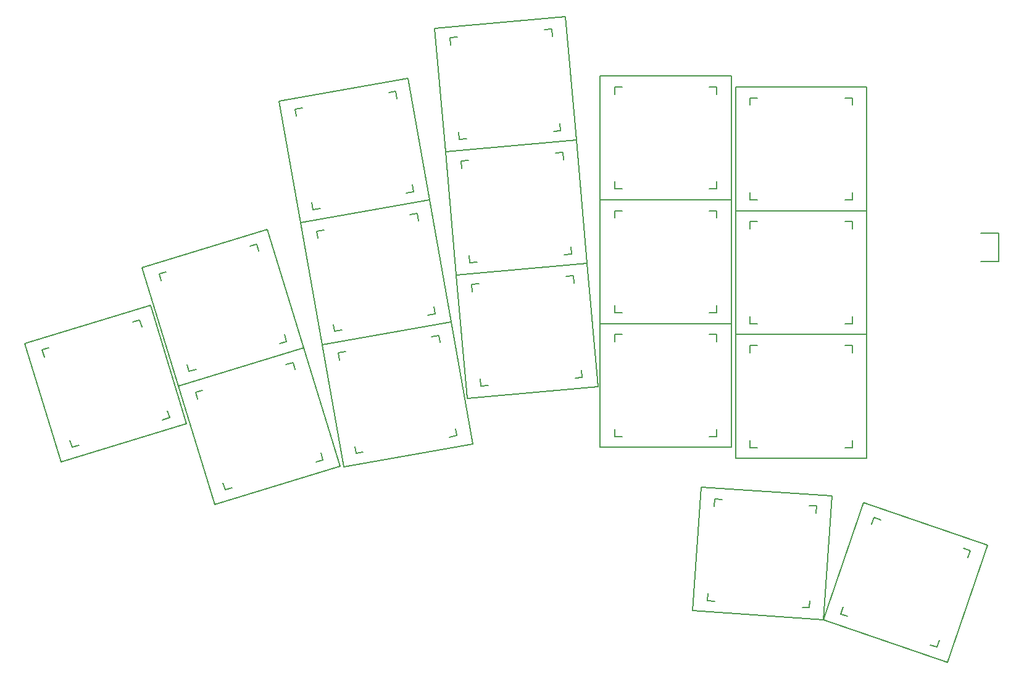
<source format=gbr>
%TF.GenerationSoftware,KiCad,Pcbnew,(6.0.4)*%
%TF.CreationDate,2022-06-08T17:56:44+02:00*%
%TF.ProjectId,basbousa,62617362-6f75-4736-912e-6b696361645f,v1.0.0*%
%TF.SameCoordinates,Original*%
%TF.FileFunction,OtherDrawing,Comment*%
%FSLAX46Y46*%
G04 Gerber Fmt 4.6, Leading zero omitted, Abs format (unit mm)*
G04 Created by KiCad (PCBNEW (6.0.4)) date 2022-06-08 17:56:44*
%MOMM*%
%LPD*%
G01*
G04 APERTURE LIST*
%ADD10C,0.150000*%
G04 APERTURE END LIST*
D10*
%TO.C,T1*%
X161119000Y89708000D02*
X158619000Y89708000D01*
X158619000Y93608000D02*
X161119000Y93608000D01*
X161119000Y93608000D02*
X161119000Y89708000D01*
%TO.C,S11*%
X67022321Y96843638D02*
X66848673Y97828446D01*
X65313178Y95019131D02*
X62361159Y111760862D01*
X80635981Y100259521D02*
X80809630Y99274713D01*
X78378555Y113062022D02*
X78552203Y112077214D01*
X65576054Y110804595D02*
X64591246Y110630947D01*
X78378555Y113062022D02*
X77393747Y112888373D01*
X62361159Y111760861D02*
X80087697Y114886529D01*
X67022322Y96843638D02*
X66848673Y97828446D01*
X64764895Y109646138D02*
X64591247Y110630946D01*
X79824822Y99101065D02*
X80809630Y99274713D01*
X78378554Y113062021D02*
X78552203Y112077213D01*
X67022322Y96843638D02*
X68007129Y97017286D01*
X83039717Y98144798D02*
X65313179Y95019130D01*
X80635982Y100259520D02*
X80809630Y99274713D01*
X65576055Y110804593D02*
X64591247Y110630946D01*
X78378554Y113062021D02*
X77393747Y112888372D01*
X79824822Y99101065D02*
X80809630Y99274713D01*
X62361159Y111760862D02*
X80087698Y114886529D01*
X80087698Y114886529D02*
X83039717Y98144798D01*
X64764895Y109646139D02*
X64591246Y110630947D01*
X67022321Y96843638D02*
X68007129Y97017287D01*
X80087697Y114886529D02*
X83039717Y98144798D01*
X65313179Y95019130D02*
X62361159Y111760861D01*
X83039717Y98144798D02*
X65313178Y95019131D01*
%TO.C,S15*%
X103130061Y106366224D02*
X104611709Y89430914D01*
X88541860Y89530714D02*
X89538055Y89617870D01*
X85198557Y104797420D02*
X103130061Y106366224D01*
X101268405Y104697620D02*
X100272211Y104610463D01*
X88541860Y89530714D02*
X88454705Y90526909D01*
X88541861Y89530713D02*
X88454705Y90526909D01*
X88317875Y103564593D02*
X87321680Y103477439D01*
X104611709Y89430914D02*
X86680205Y87862110D01*
X103130060Y106366224D02*
X104611709Y89430914D01*
X85198557Y104797419D02*
X103130060Y106366224D01*
X87408836Y102481244D02*
X87321680Y103477439D01*
X87408836Y102481245D02*
X87321680Y103477440D01*
X88541861Y89530713D02*
X89538055Y89617869D01*
X101268406Y104697620D02*
X101355561Y103701425D01*
X86680206Y87862109D02*
X85198557Y104797419D01*
X101492391Y90663739D02*
X102488586Y90750894D01*
X86680205Y87862110D02*
X85198557Y104797420D01*
X102401430Y91747088D02*
X102488586Y90750894D01*
X101492391Y90663739D02*
X102488586Y90750894D01*
X101268406Y104697620D02*
X100272211Y104610464D01*
X101268405Y104697620D02*
X101355562Y103701424D01*
X88317875Y103564595D02*
X87321680Y103477440D01*
X104611709Y89430914D02*
X86680206Y87862109D01*
X102401430Y91747089D02*
X102488586Y90750894D01*
%TO.C,S21*%
X108411088Y82686016D02*
X108411087Y83686017D01*
X124411087Y81186017D02*
X106411088Y81186016D01*
X122411087Y96686017D02*
X121411087Y96686017D01*
X109411087Y96686017D02*
X108411087Y96686017D01*
X122411087Y83686016D02*
X122411087Y82686017D01*
X124411087Y98186017D02*
X124411087Y81186017D01*
X106411088Y81186016D02*
X106411087Y98186016D01*
X106411087Y98186016D02*
X124411086Y98186017D01*
X122411087Y96686017D02*
X122411087Y95686017D01*
X108411087Y82686017D02*
X108411087Y83686017D01*
X122411086Y96686017D02*
X121411087Y96686016D01*
X124411087Y81186017D02*
X106411087Y81186017D01*
X108411088Y82686016D02*
X109411087Y82686016D01*
X108411087Y82686017D02*
X109411087Y82686017D01*
X124411086Y98186017D02*
X124411087Y81186017D01*
X121411087Y82686017D02*
X122411087Y82686017D01*
X109411087Y96686015D02*
X108411087Y96686016D01*
X108411087Y95686016D02*
X108411087Y96686016D01*
X106411087Y98186017D02*
X124411087Y98186017D01*
X122411086Y96686017D02*
X122411087Y95686016D01*
X121411087Y82686017D02*
X122411087Y82686017D01*
X108411087Y95686017D02*
X108411087Y96686017D01*
X122411087Y83686017D02*
X122411087Y82686017D01*
X106411087Y81186017D02*
X106411087Y98186017D01*
%TO.C,S29*%
X126985000Y111177999D02*
X126985000Y112177999D01*
X139985000Y98178000D02*
X140985000Y98178000D01*
X140985000Y99177999D02*
X140985000Y98178000D01*
X127985000Y112177998D02*
X126985000Y112177999D01*
X127985000Y112178000D02*
X126985000Y112178000D01*
X126985000Y98178000D02*
X126985000Y99178000D01*
X140985000Y112178000D02*
X140985000Y111178000D01*
X124985001Y96677999D02*
X124985000Y113677999D01*
X126985000Y111178000D02*
X126985000Y112178000D01*
X142985000Y113678000D02*
X142985000Y96678000D01*
X140984999Y112178000D02*
X139985000Y112177999D01*
X139985000Y98178000D02*
X140985000Y98178000D01*
X126985001Y98177999D02*
X127985000Y98177999D01*
X124985000Y96678000D02*
X124985000Y113678000D01*
X124985000Y113678000D02*
X142985000Y113678000D01*
X126985001Y98177999D02*
X126985000Y99178000D01*
X142985000Y96678000D02*
X124985001Y96677999D01*
X140984999Y112178000D02*
X140985000Y111177999D01*
X142985000Y96678000D02*
X124985000Y96678000D01*
X142984999Y113678000D02*
X142985000Y96678000D01*
X140985000Y112178000D02*
X139985000Y112178000D01*
X140985000Y99178000D02*
X140985000Y98178000D01*
X124985000Y113677999D02*
X142984999Y113678000D01*
X126985000Y98178000D02*
X127985000Y98178000D01*
%TO.C,S33*%
X152948454Y37696053D02*
X152622886Y36750535D01*
X137006237Y40541346D02*
X142540895Y56615162D01*
X144889099Y54220181D02*
X143943580Y54545749D01*
X139385627Y41308488D02*
X139711194Y42254008D01*
X157180840Y49987795D02*
X156235322Y50313363D01*
X157180839Y49987795D02*
X156235321Y50313362D01*
X154025571Y34681121D02*
X137006237Y40541346D01*
X142540895Y56615162D02*
X159560229Y50754937D01*
X139385626Y41308489D02*
X140331144Y40982921D01*
X151677367Y37076103D02*
X152622886Y36750535D01*
X157180840Y49987795D02*
X156855272Y49042276D01*
X152948454Y37696053D02*
X152622886Y36750535D01*
X143618012Y53600231D02*
X143943580Y54545749D01*
X144889098Y54220179D02*
X143943580Y54545748D01*
X157180839Y49987795D02*
X156855272Y49042275D01*
X159560229Y50754937D02*
X154025571Y34681121D01*
X154025571Y34681121D02*
X137006237Y40541347D01*
X143618012Y53600230D02*
X143943580Y54545748D01*
X159560229Y50754937D02*
X154025571Y34681121D01*
X151677367Y37076103D02*
X152622886Y36750535D01*
X139385626Y41308489D02*
X139711194Y42254008D01*
X142540895Y56615163D02*
X159560229Y50754937D01*
X139385627Y41308488D02*
X140331144Y40982920D01*
X137006237Y40541347D02*
X142540895Y56615163D01*
%TO.C,S7*%
X85991735Y81403065D02*
X88943755Y64661334D01*
X72926359Y63360174D02*
X72752711Y64344982D01*
X68265197Y78277397D02*
X85991735Y81403065D01*
X71217217Y61535666D02*
X68265197Y78277397D01*
X85991736Y81403065D02*
X88943755Y64661334D01*
X84282593Y79578558D02*
X84456241Y78593750D01*
X70668933Y76162674D02*
X70495285Y77147482D01*
X68265197Y78277398D02*
X85991736Y81403065D01*
X84282593Y79578558D02*
X83297785Y79404909D01*
X85728860Y65617601D02*
X86713668Y65791249D01*
X72926360Y63360174D02*
X72752711Y64344982D01*
X70668933Y76162675D02*
X70495284Y77147483D01*
X86540020Y66776056D02*
X86713668Y65791249D01*
X85728860Y65617601D02*
X86713668Y65791249D01*
X71480092Y77321131D02*
X70495284Y77147483D01*
X71480093Y77321129D02*
X70495285Y77147482D01*
X84282592Y79578557D02*
X83297785Y79404908D01*
X86540019Y66776057D02*
X86713668Y65791249D01*
X71217216Y61535667D02*
X68265197Y78277398D01*
X88943755Y64661334D02*
X71217216Y61535667D01*
X88943755Y64661334D02*
X71217217Y61535666D01*
X84282592Y79578557D02*
X84456241Y78593749D01*
X72926359Y63360174D02*
X73911167Y63533823D01*
X72926360Y63360174D02*
X73911167Y63533822D01*
%TO.C,T2*%
X161119000Y89708000D02*
X158619000Y89708000D01*
X161119000Y93608000D02*
X161119000Y89708000D01*
X158619000Y93608000D02*
X161119000Y93608000D01*
%TO.C,S1*%
X33952087Y64181009D02*
X33659714Y65137315D01*
X33952087Y64181009D02*
X34908391Y64473381D01*
X49691519Y67424500D02*
X32478035Y62161809D01*
X33952086Y64181010D02*
X33659714Y65137315D01*
X30815187Y77861648D02*
X29858882Y77569276D01*
X44721199Y83681680D02*
X49691519Y67424500D01*
X46384047Y67981842D02*
X47340352Y68274214D01*
X32478034Y62161809D02*
X27507715Y78418990D01*
X43247148Y81662480D02*
X42290844Y81370109D01*
X47047981Y69230517D02*
X47340352Y68274214D01*
X30151253Y76612972D02*
X29858882Y77569276D01*
X27507715Y78418989D02*
X44721199Y83681680D01*
X32478035Y62161809D02*
X27507715Y78418989D01*
X47047981Y69230518D02*
X47340352Y68274214D01*
X46384047Y67981842D02*
X47340352Y68274214D01*
X27507715Y78418990D02*
X44721200Y83681681D01*
X30815187Y77861646D02*
X29858882Y77569275D01*
X30151254Y76612971D02*
X29858882Y77569275D01*
X43247148Y81662480D02*
X43539520Y80706175D01*
X44721200Y83681681D02*
X49691519Y67424500D01*
X43247147Y81662480D02*
X42290844Y81370108D01*
X49691519Y67424500D02*
X32478034Y62161809D01*
X33952086Y64181010D02*
X34908390Y64473381D01*
X43247147Y81662480D02*
X43539520Y80706175D01*
%TO.C,S5*%
X43571104Y88863441D02*
X60784588Y94126132D01*
X65754908Y77868952D02*
X48541423Y72606261D01*
X59310537Y92106932D02*
X58354233Y91814561D01*
X59310536Y92106932D02*
X58354233Y91814560D01*
X62447436Y78426294D02*
X63403741Y78718666D01*
X63111370Y79674970D02*
X63403741Y78718666D01*
X46214643Y87057423D02*
X45922271Y88013727D01*
X50015476Y74625461D02*
X49723103Y75581767D01*
X48541424Y72606261D02*
X43571104Y88863441D01*
X62447436Y78426294D02*
X63403741Y78718666D01*
X59310537Y92106932D02*
X59602909Y91150627D01*
X46878576Y88306098D02*
X45922271Y88013727D01*
X50015475Y74625462D02*
X49723103Y75581767D01*
X63111370Y79674969D02*
X63403741Y78718666D01*
X59310536Y92106932D02*
X59602909Y91150627D01*
X50015476Y74625461D02*
X50971780Y74917833D01*
X60784588Y94126132D02*
X65754908Y77868952D01*
X43571104Y88863442D02*
X60784589Y94126133D01*
X48541423Y72606261D02*
X43571104Y88863442D01*
X65754908Y77868952D02*
X48541424Y72606261D01*
X46878576Y88306100D02*
X45922271Y88013728D01*
X46214642Y87057424D02*
X45922271Y88013728D01*
X50015475Y74625462D02*
X50971779Y74917833D01*
X60784589Y94126133D02*
X65754908Y77868952D01*
%TO.C,S27*%
X124985000Y96677999D02*
X142984999Y96678000D01*
X142985000Y79678000D02*
X124985000Y79678000D01*
X139985000Y81178000D02*
X140985000Y81178000D01*
X142985000Y79678000D02*
X124985001Y79677999D01*
X126985000Y94177999D02*
X126985000Y95177999D01*
X140985000Y82177999D02*
X140985000Y81178000D01*
X127985000Y95177998D02*
X126985000Y95177999D01*
X140985000Y95178000D02*
X139985000Y95178000D01*
X126985000Y94178000D02*
X126985000Y95178000D01*
X140984999Y95178000D02*
X140985000Y94177999D01*
X140985000Y82178000D02*
X140985000Y81178000D01*
X142984999Y96678000D02*
X142985000Y79678000D01*
X126985000Y81178000D02*
X127985000Y81178000D01*
X139985000Y81178000D02*
X140985000Y81178000D01*
X124985000Y96678000D02*
X142985000Y96678000D01*
X127985000Y95178000D02*
X126985000Y95178000D01*
X140984999Y95178000D02*
X139985000Y95177999D01*
X124985001Y79677999D02*
X124985000Y96677999D01*
X126985001Y81177999D02*
X126985000Y82178000D01*
X142985000Y96678000D02*
X142985000Y79678000D01*
X126985000Y81178000D02*
X126985000Y82178000D01*
X124985000Y79678000D02*
X124985000Y96678000D01*
X140985000Y95178000D02*
X140985000Y94178000D01*
X126985001Y81177999D02*
X127985000Y81177999D01*
%TO.C,S9*%
X83588001Y83517788D02*
X83761649Y82532981D01*
X68265197Y78277399D02*
X65313178Y95019130D01*
X85991736Y81403066D02*
X68265198Y78277398D01*
X68528074Y94062861D02*
X67543266Y93889214D01*
X85991736Y81403066D02*
X68265197Y78277399D01*
X68265198Y78277398D02*
X65313178Y95019129D01*
X69974341Y80101906D02*
X70959148Y80275554D01*
X83588000Y83517789D02*
X83761649Y82532981D01*
X82776841Y82359333D02*
X83761649Y82532981D01*
X69974341Y80101906D02*
X69800692Y81086714D01*
X81330574Y96320290D02*
X81504222Y95335482D01*
X67716914Y92904407D02*
X67543265Y93889215D01*
X69974340Y80101906D02*
X70959148Y80275555D01*
X69974340Y80101906D02*
X69800692Y81086714D01*
X81330573Y96320289D02*
X80345766Y96146640D01*
X81330573Y96320289D02*
X81504222Y95335481D01*
X83039716Y98144797D02*
X85991736Y81403066D01*
X67716914Y92904406D02*
X67543266Y93889214D01*
X65313178Y95019130D02*
X83039717Y98144797D01*
X83039717Y98144797D02*
X85991736Y81403066D01*
X82776841Y82359333D02*
X83761649Y82532981D01*
X68528073Y94062863D02*
X67543265Y93889215D01*
X65313178Y95019129D02*
X83039716Y98144797D01*
X81330574Y96320290D02*
X80345766Y96146641D01*
%TO.C,S13*%
X90023508Y72595404D02*
X89936353Y73591599D01*
X104611709Y89430914D02*
X106093357Y72495604D01*
X102974039Y73728429D02*
X103970234Y73815584D01*
X88161853Y70926800D02*
X86680205Y87862110D01*
X90023508Y72595404D02*
X91019703Y72682560D01*
X88890484Y85545934D02*
X88803328Y86542129D01*
X88890484Y85545935D02*
X88803328Y86542130D01*
X89799523Y86629283D02*
X88803328Y86542129D01*
X102750053Y87762310D02*
X102837210Y86766114D01*
X103883078Y74811779D02*
X103970234Y73815584D01*
X88161854Y70926799D02*
X86680205Y87862109D01*
X86680205Y87862109D02*
X104611708Y89430914D01*
X89799523Y86629285D02*
X88803328Y86542130D01*
X106093357Y72495604D02*
X88161853Y70926800D01*
X102750053Y87762310D02*
X101753859Y87675153D01*
X102750054Y87762310D02*
X101753859Y87675154D01*
X103883078Y74811778D02*
X103970234Y73815584D01*
X86680205Y87862110D02*
X104611709Y89430914D01*
X102750054Y87762310D02*
X102837209Y86766115D01*
X104611708Y89430914D02*
X106093357Y72495604D01*
X106093357Y72495604D02*
X88161854Y70926799D01*
X90023509Y72595403D02*
X89936353Y73591599D01*
X90023509Y72595403D02*
X91019703Y72682559D01*
X102974039Y73728429D02*
X103970234Y73815584D01*
%TO.C,S17*%
X103130062Y106366224D02*
X85198558Y104797420D01*
X101648413Y123301534D02*
X103130062Y106366224D01*
X87060213Y106466024D02*
X86973058Y107462219D01*
X83716910Y121732730D02*
X101648414Y123301534D01*
X100919783Y108682399D02*
X101006939Y107686204D01*
X85927189Y119416554D02*
X85840033Y120412749D01*
X100010744Y107599049D02*
X101006939Y107686204D01*
X86836228Y120499903D02*
X85840033Y120412749D01*
X99786759Y121632930D02*
X99873914Y120636735D01*
X85198558Y104797420D02*
X83716910Y121732730D01*
X100919783Y108682398D02*
X101006939Y107686204D01*
X99786758Y121632930D02*
X98790564Y121545773D01*
X87060214Y106466023D02*
X86973058Y107462219D01*
X99786758Y121632930D02*
X99873915Y120636734D01*
X86836228Y120499905D02*
X85840033Y120412750D01*
X100010744Y107599049D02*
X101006939Y107686204D01*
X101648414Y123301534D02*
X103130062Y106366224D01*
X99786759Y121632930D02*
X98790564Y121545774D01*
X87060213Y106466024D02*
X88056408Y106553180D01*
X85927189Y119416555D02*
X85840033Y120412750D01*
X87060214Y106466023D02*
X88056408Y106553179D01*
X83716910Y121732729D02*
X101648413Y123301534D01*
X103130062Y106366224D02*
X85198559Y104797419D01*
X85198559Y104797419D02*
X83716910Y121732729D01*
%TO.C,S31*%
X138192095Y57499937D02*
X137006236Y40541348D01*
X122056680Y56122130D02*
X122126437Y57119694D01*
X136092334Y56143104D02*
X135094770Y56212861D01*
X120235944Y58755554D02*
X138192096Y57499937D01*
X135185500Y43174771D02*
X135115743Y42177207D01*
X120235944Y58755553D02*
X138192095Y57499937D01*
X136092333Y56143104D02*
X136022577Y55145539D01*
X137006236Y40541348D02*
X119050084Y41796964D01*
X121149846Y43153798D02*
X122147410Y43084041D01*
X123124001Y57049938D02*
X122126437Y57119695D01*
X134118179Y42246964D02*
X135115743Y42177207D01*
X123124001Y57049936D02*
X122126437Y57119694D01*
X119050084Y41796964D02*
X120235944Y58755553D01*
X138192096Y57499937D02*
X137006236Y40541348D01*
X121149846Y43153798D02*
X121219603Y44151362D01*
X136092334Y56143104D02*
X136022577Y55145540D01*
X134118179Y42246964D02*
X135115743Y42177207D01*
X135185499Y43174770D02*
X135115743Y42177207D01*
X121149847Y43153797D02*
X121219603Y44151362D01*
X136092333Y56143104D02*
X135094770Y56212860D01*
X119050084Y41796965D02*
X120235944Y58755554D01*
X137006236Y40541348D02*
X119050084Y41796965D01*
X122056680Y56122131D02*
X122126437Y57119695D01*
X121149847Y43153797D02*
X122147410Y43084040D01*
%TO.C,S3*%
X67417755Y62169113D02*
X68374060Y62461485D01*
X51184962Y70800242D02*
X50892590Y71756546D01*
X65754907Y77868951D02*
X70725227Y61611771D01*
X54985795Y58368280D02*
X54693422Y59324586D01*
X64280856Y75849751D02*
X63324552Y75557380D01*
X53511743Y56349080D02*
X48541423Y72606260D01*
X53511742Y56349080D02*
X48541423Y72606261D01*
X48541423Y72606260D02*
X65754907Y77868951D01*
X48541423Y72606261D02*
X65754908Y77868952D01*
X65754908Y77868952D02*
X70725227Y61611771D01*
X51848895Y72048917D02*
X50892590Y71756546D01*
X64280855Y75849751D02*
X63324552Y75557379D01*
X64280856Y75849751D02*
X64573228Y74893446D01*
X54985794Y58368281D02*
X55942098Y58660652D01*
X68081689Y63417789D02*
X68374060Y62461485D01*
X51184961Y70800243D02*
X50892590Y71756547D01*
X64280855Y75849751D02*
X64573228Y74893446D01*
X67417755Y62169113D02*
X68374060Y62461485D01*
X68081689Y63417788D02*
X68374060Y62461485D01*
X54985794Y58368281D02*
X54693422Y59324586D01*
X51848895Y72048919D02*
X50892590Y71756547D01*
X70725227Y61611771D02*
X53511742Y56349080D01*
X54985795Y58368280D02*
X55942099Y58660652D01*
X70725227Y61611771D02*
X53511743Y56349080D01*
%TO.C,S23*%
X108411087Y112686017D02*
X108411087Y113686017D01*
X106411087Y98186017D02*
X106411087Y115186017D01*
X124411087Y98186017D02*
X106411087Y98186017D01*
X124411086Y115186017D02*
X124411087Y98186017D01*
X122411087Y100686017D02*
X122411087Y99686017D01*
X122411087Y113686017D02*
X122411087Y112686017D01*
X124411087Y115186017D02*
X124411087Y98186017D01*
X108411088Y99686016D02*
X108411087Y100686017D01*
X108411087Y99686017D02*
X109411087Y99686017D01*
X121411087Y99686017D02*
X122411087Y99686017D01*
X122411087Y100686016D02*
X122411087Y99686017D01*
X108411088Y99686016D02*
X109411087Y99686016D01*
X109411087Y113686017D02*
X108411087Y113686017D01*
X124411087Y98186017D02*
X106411088Y98186016D01*
X108411087Y112686016D02*
X108411087Y113686016D01*
X122411087Y113686017D02*
X121411087Y113686017D01*
X106411088Y98186016D02*
X106411087Y115186016D01*
X106411087Y115186016D02*
X124411086Y115186017D01*
X121411087Y99686017D02*
X122411087Y99686017D01*
X106411087Y115186017D02*
X124411087Y115186017D01*
X122411086Y113686017D02*
X121411087Y113686016D01*
X109411087Y113686015D02*
X108411087Y113686016D01*
X122411086Y113686017D02*
X122411087Y112686016D01*
X108411087Y99686017D02*
X108411087Y100686017D01*
%TO.C,S25*%
X124985000Y79677999D02*
X142984999Y79678000D01*
X127985000Y78178000D02*
X126985000Y78178000D01*
X140984999Y78178000D02*
X139985000Y78177999D01*
X142985000Y79678000D02*
X142985000Y62678000D01*
X142985000Y62678000D02*
X124985001Y62677999D01*
X126985000Y77177999D02*
X126985000Y78177999D01*
X140984999Y78178000D02*
X140985000Y77177999D01*
X140985000Y78178000D02*
X139985000Y78178000D01*
X139985000Y64178000D02*
X140985000Y64178000D01*
X126985000Y77178000D02*
X126985000Y78178000D01*
X140985000Y65177999D02*
X140985000Y64178000D01*
X142984999Y79678000D02*
X142985000Y62678000D01*
X126985000Y64178000D02*
X127985000Y64178000D01*
X124985001Y62677999D02*
X124985000Y79677999D01*
X139985000Y64178000D02*
X140985000Y64178000D01*
X140985000Y78178000D02*
X140985000Y77178000D01*
X127985000Y78177998D02*
X126985000Y78177999D01*
X140985000Y65178000D02*
X140985000Y64178000D01*
X126985000Y64178000D02*
X126985000Y65178000D01*
X142985000Y62678000D02*
X124985000Y62678000D01*
X124985000Y79678000D02*
X142985000Y79678000D01*
X124985000Y62678000D02*
X124985000Y79678000D01*
X126985001Y64177999D02*
X127985000Y64177999D01*
X126985001Y64177999D02*
X126985000Y65178000D01*
%TO.C,S19*%
X108411087Y78686016D02*
X108411087Y79686016D01*
X124411087Y64186017D02*
X106411088Y64186016D01*
X122411087Y66686017D02*
X122411087Y65686017D01*
X122411087Y79686017D02*
X121411087Y79686017D01*
X106411087Y81186017D02*
X124411087Y81186017D01*
X108411088Y65686016D02*
X108411087Y66686017D01*
X124411087Y81186017D02*
X124411087Y64186017D01*
X106411087Y64186017D02*
X106411087Y81186017D01*
X106411088Y64186016D02*
X106411087Y81186016D01*
X108411087Y65686017D02*
X108411087Y66686017D01*
X124411086Y81186017D02*
X124411087Y64186017D01*
X108411087Y78686017D02*
X108411087Y79686017D01*
X122411086Y79686017D02*
X121411087Y79686016D01*
X109411087Y79686015D02*
X108411087Y79686016D01*
X108411087Y65686017D02*
X109411087Y65686017D01*
X124411087Y64186017D02*
X106411087Y64186017D01*
X108411088Y65686016D02*
X109411087Y65686016D01*
X122411086Y79686017D02*
X122411087Y78686016D01*
X122411087Y66686016D02*
X122411087Y65686017D01*
X106411087Y81186016D02*
X124411086Y81186017D01*
X121411087Y65686017D02*
X122411087Y65686017D01*
X109411087Y79686017D02*
X108411087Y79686017D01*
X121411087Y65686017D02*
X122411087Y65686017D01*
X122411087Y79686017D02*
X122411087Y78686017D01*
%TD*%
M02*

</source>
